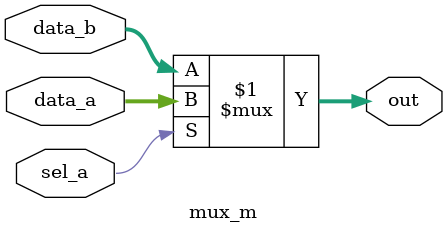
<source format=sv>
module  mux_m#(WIDTH=8)(
output logic [WIDTH-1:0]  out,
input logic [WIDTH-1:0]  data_a,
input logic [WIDTH-1:0]  data_b,  
input logic sel_a        
); 

assign out = (sel_a) ? data_a : data_b;

endmodule: mux_m

</source>
